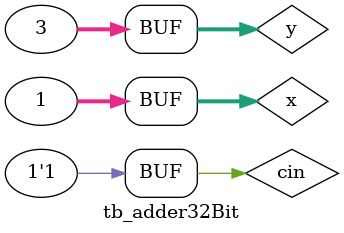
<source format=sv>
`ifndef TB_ADDER32BIT
`define TB_ADDER32BIT

`timescale 1ns/100ps
`include "adder32Bit.sv"


module tb_adder32Bit();
        reg [31:0]x, y;
	reg cin;
        wire [31:0] s;
	wire cout;

        adder32Bit uut (.A(x), .B(y), .Cin(cin), .Cout(cout), .Sum(s));

        initial
        begin
                $display("A\t\t\t\t\tB\t\t\t\t\tCin\tSum\t\t\t\t\tCout");
                $monitor("%b\t%b\t%b\t%b\t%b", a, b, cin, s, cout);
        end

        initial
        begin

                x = 32'b11111111111111111111111111111111;
                y = 32'b00000000000000000000000000000000;
		cin = 1'b0;
		
		#10
		x = 32'b00000000000000000000000000000000;
		y = 32'b00000000000000000000000000000000;
		cin = 1'b1;

		#10
		x = 32'b00000000000000000000000000000001;
		y = 32'b00000000000000000000000000000011;
		cin = 1'b1;
        end
endmodule // tb_adder32Bit
`endif

</source>
